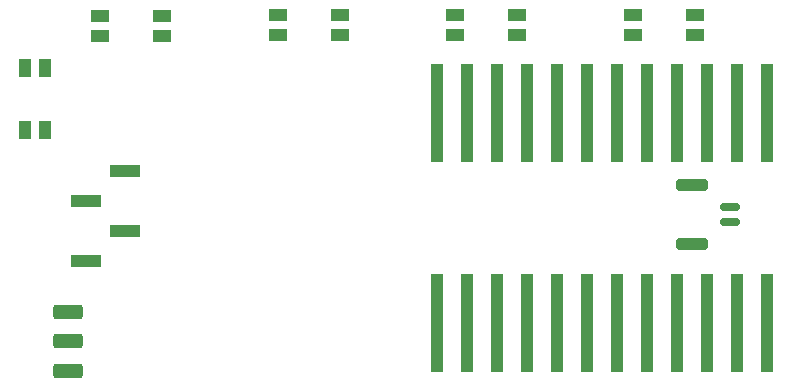
<source format=gbr>
%TF.GenerationSoftware,KiCad,Pcbnew,9.0.0*%
%TF.CreationDate,2025-08-04T08:15:32-07:00*%
%TF.ProjectId,flatchord,666c6174-6368-46f7-9264-2e6b69636164,rev?*%
%TF.SameCoordinates,Original*%
%TF.FileFunction,Paste,Top*%
%TF.FilePolarity,Positive*%
%FSLAX46Y46*%
G04 Gerber Fmt 4.6, Leading zero omitted, Abs format (unit mm)*
G04 Created by KiCad (PCBNEW 9.0.0) date 2025-08-04 08:15:32*
%MOMM*%
%LPD*%
G01*
G04 APERTURE LIST*
G04 Aperture macros list*
%AMRoundRect*
0 Rectangle with rounded corners*
0 $1 Rounding radius*
0 $2 $3 $4 $5 $6 $7 $8 $9 X,Y pos of 4 corners*
0 Add a 4 corners polygon primitive as box body*
4,1,4,$2,$3,$4,$5,$6,$7,$8,$9,$2,$3,0*
0 Add four circle primitives for the rounded corners*
1,1,$1+$1,$2,$3*
1,1,$1+$1,$4,$5*
1,1,$1+$1,$6,$7*
1,1,$1+$1,$8,$9*
0 Add four rect primitives between the rounded corners*
20,1,$1+$1,$2,$3,$4,$5,0*
20,1,$1+$1,$4,$5,$6,$7,0*
20,1,$1+$1,$6,$7,$8,$9,0*
20,1,$1+$1,$8,$9,$2,$3,0*%
G04 Aperture macros list end*
%ADD10RoundRect,0.150000X-0.700000X0.150000X-0.700000X-0.150000X0.700000X-0.150000X0.700000X0.150000X0*%
%ADD11RoundRect,0.250000X-1.100000X0.250000X-1.100000X-0.250000X1.100000X-0.250000X1.100000X0.250000X0*%
%ADD12R,1.550000X1.000000*%
%ADD13R,1.000000X8.300000*%
%ADD14RoundRect,0.240000X-1.010000X0.360000X-1.010000X-0.360000X1.010000X-0.360000X1.010000X0.360000X0*%
%ADD15R,2.510000X1.000000*%
%ADD16R,1.000000X1.550000*%
G04 APERTURE END LIST*
D10*
%TO.C,BAT1*%
X228960000Y-83480000D03*
X228960000Y-84730000D03*
D11*
X225760000Y-81630000D03*
X225760000Y-86580000D03*
%TD*%
D12*
%TO.C,SW3*%
X220750000Y-67200000D03*
X226000000Y-67200000D03*
X220750000Y-68900000D03*
X226000000Y-68900000D03*
%TD*%
%TO.C,SW0*%
X175650000Y-67250000D03*
X180900000Y-67250000D03*
X175650000Y-68950000D03*
X180900000Y-68950000D03*
%TD*%
D13*
%TO.C,U2*%
X232090000Y-75485000D03*
X229530000Y-75485000D03*
X227010000Y-75485000D03*
X224490000Y-75485000D03*
X221930000Y-75485000D03*
X219390000Y-75485000D03*
X216860000Y-75485000D03*
X214300000Y-75485000D03*
X211780000Y-75485000D03*
X209260000Y-75485000D03*
X206700000Y-75485000D03*
X204160000Y-75485000D03*
X204160000Y-93315000D03*
X206700000Y-93315000D03*
X209260000Y-93315000D03*
X211780000Y-93315000D03*
X214300000Y-93315000D03*
X216860000Y-93315000D03*
X219390000Y-93315000D03*
X221930000Y-93315000D03*
X224490000Y-93315000D03*
X227010000Y-93315000D03*
X229530000Y-93315000D03*
X232090000Y-93315000D03*
%TD*%
D14*
%TO.C,SW5*%
X172910000Y-92320000D03*
X172910000Y-94820000D03*
X172910000Y-97320000D03*
%TD*%
D15*
%TO.C,J1*%
X174447500Y-88065000D03*
X177757500Y-85525000D03*
X174447500Y-82985000D03*
X177757500Y-80445000D03*
%TD*%
D12*
%TO.C,SW2*%
X205700000Y-67200000D03*
X210950000Y-67200000D03*
X205700000Y-68900000D03*
X210950000Y-68900000D03*
%TD*%
%TO.C,SW1*%
X190725000Y-67175000D03*
X195975000Y-67175000D03*
X190725000Y-68875000D03*
X195975000Y-68875000D03*
%TD*%
D16*
%TO.C,SW4*%
X169255000Y-76910000D03*
X169255000Y-71660000D03*
X170955000Y-76910000D03*
X170955000Y-71660000D03*
%TD*%
M02*

</source>
